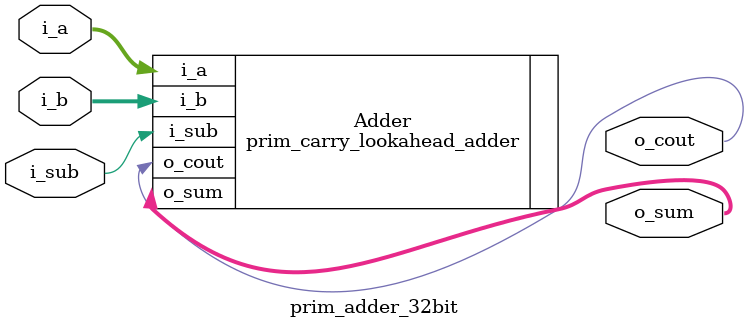
<source format=sv>
module prim_adder_32bit(
    input  logic [31:0] i_a,
    input  logic [31:0] i_b,
    input  logic        i_sub,
    output logic [31:0] o_sum,
    output logic        o_cout
);

prim_carry_lookahead_adder #(.WIDTH(32)) Adder(
    .i_a   (i_a    )   ,
    .i_b   (i_b    )   ,
    .i_sub (i_sub  ) ,
    .o_sum (o_sum  ) ,
    .o_cout(o_cout )
);


endmodule : prim_adder_32bit

</source>
